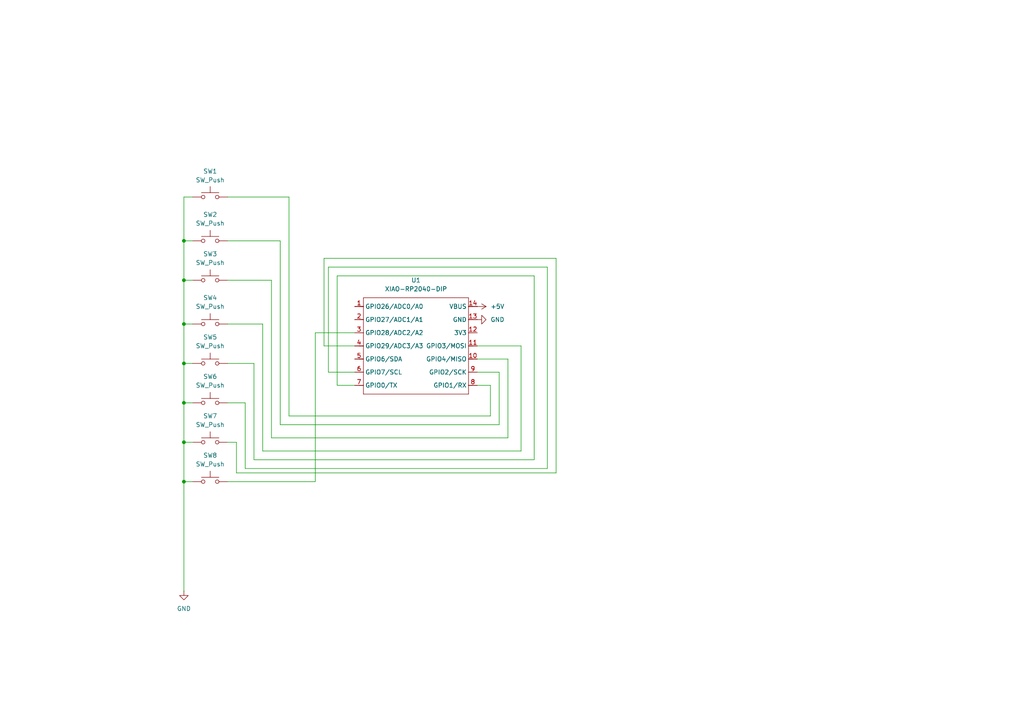
<source format=kicad_sch>
(kicad_sch (version 20250114) (generator "eeschema") (generator_version "9.0")
  (paper "A4")
  (lib_symbols
    (symbol "OPL Lib:XIAO-RP2040-DIP"
      (property "Reference" "U" (at 0 0 0))
      (property "Value" "XIAO-RP2040-DIP" (at 5.334 -1.778 0))
      (symbol "XIAO-RP2040-DIP_1_0"
        (polyline (pts (xy -1.27 -2.54) (xy 29.21 -2.54)) (stroke (width 0.1524)))
        (polyline (pts (xy -1.27 -5.08) (xy -2.54 -5.08)) (stroke (width 0.1524)))
        (polyline (pts (xy -1.27 -5.08) (xy -1.27 -2.54)) (stroke (width 0.1524)))
        (polyline (pts (xy -1.27 -8.89) (xy -2.54 -8.89)) (stroke (width 0.1524)))
        (polyline (pts (xy -1.27 -8.89) (xy -1.27 -5.08)) (stroke (width 0.1524)))
        (polyline (pts (xy -1.27 -12.7) (xy -2.54 -12.7)) (stroke (width 0.1524)))
        (polyline (pts (xy -1.27 -12.7) (xy -1.27 -8.89)) (stroke (width 0.1524)))
        (polyline (pts (xy -1.27 -16.51) (xy -2.54 -16.51)) (stroke (width 0.1524)))
        (polyline (pts (xy -1.27 -16.51) (xy -1.27 -12.7)) (stroke (width 0.1524)))
        (polyline (pts (xy -1.27 -20.32) (xy -2.54 -20.32)) (stroke (width 0.1524)))
        (polyline (pts (xy -1.27 -24.13) (xy -2.54 -24.13)) (stroke (width 0.1524)))
        (polyline (pts (xy -1.27 -27.94) (xy -2.54 -27.94)) (stroke (width 0.1524)))
        (polyline (pts (xy -1.27 -30.48) (xy -1.27 -16.51)) (stroke (width 0.1524)))
        (polyline (pts (xy 29.21 -2.54) (xy 29.21 -5.08)) (stroke (width 0.1524)))
        (polyline (pts (xy 29.21 -5.08) (xy 29.21 -8.89)) (stroke (width 0.1524)))
        (polyline (pts (xy 29.21 -8.89) (xy 29.21 -12.7)) (stroke (width 0.1524)))
        (polyline (pts (xy 29.21 -12.7) (xy 29.21 -30.48)) (stroke (width 0.1524)))
        (polyline (pts (xy 29.21 -30.48) (xy -1.27 -30.48)) (stroke (width 0.1524)))
        (polyline (pts (xy 30.48 -5.08) (xy 29.21 -5.08)) (stroke (width 0.1524)))
        (polyline (pts (xy 30.48 -8.89) (xy 29.21 -8.89)) (stroke (width 0.1524)))
        (polyline (pts (xy 30.48 -12.7) (xy 29.21 -12.7)) (stroke (width 0.1524)))
        (polyline (pts (xy 30.48 -16.51) (xy 29.21 -16.51)) (stroke (width 0.1524)))
        (polyline (pts (xy 30.48 -20.32) (xy 29.21 -20.32)) (stroke (width 0.1524)))
        (polyline (pts (xy 30.48 -24.13) (xy 29.21 -24.13)) (stroke (width 0.1524)))
        (polyline (pts (xy 30.48 -27.94) (xy 29.21 -27.94)) (stroke (width 0.1524)))
        (pin passive line (at -3.81 -5.08 0) (length 2.54) (name "GPIO26/ADC0/A0") (number "1"))
        (pin passive line (at -3.81 -8.89 0) (length 2.54) (name "GPIO27/ADC1/A1") (number "2"))
        (pin passive line (at -3.81 -12.7 0) (length 2.54) (name "GPIO28/ADC2/A2") (number "3"))
        (pin passive line (at -3.81 -16.51 0) (length 2.54) (name "GPIO29/ADC3/A3") (number "4"))
        (pin passive line (at -3.81 -20.32 0) (length 2.54) (name "GPIO6/SDA") (number "5"))
        (pin passive line (at -3.81 -24.13 0) (length 2.54) (name "GPIO7/SCL") (number "6"))
        (pin passive line (at -3.81 -27.94 0) (length 2.54) (name "GPIO0/TX") (number "7"))
        (pin passive line (at 31.75 -5.08 180) (length 2.54) (name "VBUS") (number "14"))
        (pin passive line (at 31.75 -8.89 180) (length 2.54) (name "GND") (number "13"))
        (pin passive line (at 31.75 -12.7 180) (length 2.54) (name "3V3") (number "12"))
        (pin passive line (at 31.75 -16.51 180) (length 2.54) (name "GPIO3/MOSI") (number "11"))
        (pin passive line (at 31.75 -20.32 180) (length 2.54) (name "GPIO4/MISO") (number "10"))
        (pin passive line (at 31.75 -24.13 180) (length 2.54) (name "GPIO2/SCK") (number "9"))
        (pin passive line (at 31.75 -27.94 180) (length 2.54) (name "GPIO1/RX") (number "8"))
      )
    )
    (symbol "Switch:SW_Push" (pin_numbers (hide yes)) (pin_names (offset 1.016) (hide yes))
      (property "Reference" "SW" (at 1.27 2.54 0))
      (property "Value" "SW_Push" (at 0 -1.524 0))
      (symbol "SW_Push_0_1"
        (circle (center -2.032 0) (radius 0.508))
        (polyline (pts (xy 0 1.27) (xy 0 3.048)))
        (circle (center 2.032 0) (radius 0.508))
        (polyline (pts (xy 2.54 1.27) (xy -2.54 1.27)))
        (pin passive line (at -5.08 0 0) (length 2.54) (name "1") (number "1"))
        (pin passive line (at 5.08 0 180) (length 2.54) (name "2") (number "2"))
      )
    )
    (symbol "power:+5V" (power) (pin_numbers (hide yes)) (pin_names (offset 0) (hide yes))
      (property "Value" "+5V" (at 0 3.556 0))
      (symbol "+5V_0_1"
        (polyline (pts (xy -0.762 1.27) (xy 0 2.54)))
        (polyline (pts (xy 0 2.54) (xy 0.762 1.27)))
        (polyline (pts (xy 0 0) (xy 0 2.54)))
      )
      (symbol "+5V_1_1"
        (pin power_in line (at 0 0 90) (length 0) (name "~") (number "1"))
      )
    )
    (symbol "power:GND" (power) (pin_numbers (hide yes)) (pin_names (offset 0) (hide yes))
      (property "Value" "GND" (at 0 -3.81 0))
      (symbol "GND_0_1"
        (polyline (pts (xy 0 0) (xy 0 -1.27) (xy 1.27 -1.27) (xy 0 -2.54) (xy -1.27 -1.27) (xy 0 -1.27)))
      )
      (symbol "GND_1_1"
        (pin power_in line (at 0 0 270) (length 0) (name "~") (number "1"))
      )
    )
  )
  (junction (at 53.34 69.85))
  (junction (at 53.34 139.7))
  (junction (at 53.34 128.27))
  (junction (at 53.34 105.41))
  (junction (at 53.34 81.28))
  (junction (at 53.34 93.98))
  (junction (at 53.34 116.84))
  (wire (pts (xy 73.66 133.35) (xy 154.94 133.35)))
  (wire (pts (xy 83.82 120.65) (xy 142.24 120.65)))
  (wire (pts (xy 158.75 135.89) (xy 158.75 77.47)))
  (wire (pts (xy 144.78 107.95) (xy 138.43 107.95)))
  (wire (pts (xy 53.34 81.28) (xy 55.88 81.28)))
  (wire (pts (xy 138.43 100.33) (xy 151.13 100.33)))
  (wire (pts (xy 53.34 116.84) (xy 55.88 116.84)))
  (wire (pts (xy 53.34 128.27) (xy 55.88 128.27)))
  (wire (pts (xy 53.34 57.15) (xy 53.34 69.85)))
  (wire (pts (xy 68.58 128.27) (xy 68.58 137.16)))
  (wire (pts (xy 55.88 57.15) (xy 53.34 57.15)))
  (wire (pts (xy 66.04 69.85) (xy 81.28 69.85)))
  (wire (pts (xy 161.29 137.16) (xy 161.29 74.93)))
  (wire (pts (xy 66.04 105.41) (xy 73.66 105.41)))
  (wire (pts (xy 73.66 105.41) (xy 73.66 133.35)))
  (wire (pts (xy 144.78 123.19) (xy 144.78 107.95)))
  (wire (pts (xy 66.04 93.98) (xy 76.2 93.98)))
  (wire (pts (xy 53.34 116.84) (xy 53.34 128.27)))
  (wire (pts (xy 93.98 74.93) (xy 93.98 100.33)))
  (wire (pts (xy 76.2 130.81) (xy 151.13 130.81)))
  (wire (pts (xy 83.82 57.15) (xy 83.82 120.65)))
  (wire (pts (xy 97.79 111.76) (xy 102.87 111.76)))
  (wire (pts (xy 81.28 123.19) (xy 144.78 123.19)))
  (wire (pts (xy 154.94 80.01) (xy 97.79 80.01)))
  (wire (pts (xy 53.34 105.41) (xy 55.88 105.41)))
  (wire (pts (xy 102.87 96.52) (xy 91.44 96.52)))
  (wire (pts (xy 95.25 107.95) (xy 102.87 107.95)))
  (wire (pts (xy 91.44 96.52) (xy 91.44 139.7)))
  (wire (pts (xy 161.29 74.93) (xy 93.98 74.93)))
  (wire (pts (xy 66.04 139.7) (xy 91.44 139.7)))
  (wire (pts (xy 142.24 120.65) (xy 142.24 111.76)))
  (wire (pts (xy 78.74 81.28) (xy 78.74 127)))
  (wire (pts (xy 53.34 139.7) (xy 55.88 139.7)))
  (wire (pts (xy 53.34 93.98) (xy 55.88 93.98)))
  (wire (pts (xy 66.04 57.15) (xy 83.82 57.15)))
  (wire (pts (xy 68.58 137.16) (xy 161.29 137.16)))
  (wire (pts (xy 53.34 139.7) (xy 53.34 171.45)))
  (wire (pts (xy 97.79 80.01) (xy 97.79 111.76)))
  (wire (pts (xy 158.75 77.47) (xy 95.25 77.47)))
  (wire (pts (xy 53.34 81.28) (xy 53.34 93.98)))
  (wire (pts (xy 71.12 116.84) (xy 71.12 135.89)))
  (wire (pts (xy 138.43 111.76) (xy 142.24 111.76)))
  (wire (pts (xy 66.04 116.84) (xy 71.12 116.84)))
  (wire (pts (xy 76.2 93.98) (xy 76.2 130.81)))
  (wire (pts (xy 53.34 69.85) (xy 55.88 69.85)))
  (wire (pts (xy 78.74 127) (xy 147.32 127)))
  (wire (pts (xy 93.98 100.33) (xy 102.87 100.33)))
  (wire (pts (xy 66.04 128.27) (xy 68.58 128.27)))
  (wire (pts (xy 81.28 69.85) (xy 81.28 123.19)))
  (wire (pts (xy 71.12 135.89) (xy 158.75 135.89)))
  (wire (pts (xy 95.25 77.47) (xy 95.25 107.95)))
  (wire (pts (xy 66.04 81.28) (xy 78.74 81.28)))
  (wire (pts (xy 53.34 69.85) (xy 53.34 81.28)))
  (wire (pts (xy 151.13 130.81) (xy 151.13 100.33)))
  (wire (pts (xy 53.34 105.41) (xy 53.34 116.84)))
  (wire (pts (xy 147.32 104.14) (xy 138.43 104.14)))
  (wire (pts (xy 147.32 127) (xy 147.32 104.14)))
  (wire (pts (xy 154.94 133.35) (xy 154.94 80.01)))
  (wire (pts (xy 53.34 128.27) (xy 53.34 139.7)))
  (wire (pts (xy 53.34 93.98) (xy 53.34 105.41)))
  (symbol (lib_id "Switch:SW_Push") (at 60.96 139.7 0) (unit 1)
    (property "Reference" "SW8" (at 60.96 132.08 0))
    (property "Value" "SW_Push" (at 60.96 134.62 0))
    (property "Footprint" "Button_Switch_Keyboard:SW_Cherry_MX_1.00u_PCB" (effects (hide yes)))
    (property "Description" "Push button switch, generic, two pins" (effects (hide yes)))
  )
  (symbol (lib_id "Switch:SW_Push") (at 60.96 69.85 0) (unit 1)
    (property "Reference" "SW2" (at 60.96 62.23 0))
    (property "Value" "SW_Push" (at 60.96 64.77 0))
    (property "Footprint" "Button_Switch_Keyboard:SW_Cherry_MX_1.00u_PCB" (effects (hide yes)))
    (property "Description" "Push button switch, generic, two pins" (effects (hide yes)))
  )
  (symbol (lib_id "power:+5V") (at 138.43 88.9 270) (unit 1)
    (property "Reference" "#PWR04" (effects (hide yes)))
    (property "Value" "+5V" (at 142.24 88.8999 90) (effects (justify left)))
    (property "Description" "Power symbol creates a global label with name \"+5V\"" (effects (hide yes)))
  )
  (symbol (lib_id "OPL Lib:XIAO-RP2040-DIP") (at 106.68 83.82 0) (unit 1)
    (property "Reference" "U1" (at 120.65 81.28 0))
    (property "Value" "XIAO-RP2040-DIP" (at 120.65 83.82 0))
    (property "Footprint" "OPL Lib:XIAO-RP2040-DIP" (effects (hide yes)))
  )
  (symbol (lib_id "Switch:SW_Push") (at 60.96 105.41 0) (unit 1)
    (property "Reference" "SW5" (at 60.96 97.79 0))
    (property "Value" "SW_Push" (at 60.96 100.33 0))
    (property "Footprint" "Button_Switch_Keyboard:SW_Cherry_MX_1.00u_PCB" (effects (hide yes)))
    (property "Description" "Push button switch, generic, two pins" (effects (hide yes)))
  )
  (symbol (lib_id "Switch:SW_Push") (at 60.96 128.27 0) (unit 1)
    (property "Reference" "SW7" (at 60.96 120.65 0))
    (property "Value" "SW_Push" (at 60.96 123.19 0))
    (property "Footprint" "Button_Switch_Keyboard:SW_Cherry_MX_1.00u_PCB" (effects (hide yes)))
    (property "Description" "Push button switch, generic, two pins" (effects (hide yes)))
  )
  (symbol (lib_id "Switch:SW_Push") (at 60.96 93.98 0) (unit 1)
    (property "Reference" "SW4" (at 60.96 86.36 0))
    (property "Value" "SW_Push" (at 60.96 88.9 0))
    (property "Footprint" "Button_Switch_Keyboard:SW_Cherry_MX_1.00u_PCB" (effects (hide yes)))
    (property "Description" "Push button switch, generic, two pins" (effects (hide yes)))
  )
  (symbol (lib_id "Switch:SW_Push") (at 60.96 57.15 0) (unit 1)
    (property "Reference" "SW1" (at 60.96 49.6788 0))
    (property "Value" "SW_Push" (at 60.96 52.2188 0))
    (property "Footprint" "Button_Switch_Keyboard:SW_Cherry_MX_1.00u_PCB" (effects (hide yes)))
    (property "Description" "Push button switch, generic, two pins" (effects (hide yes)))
  )
  (symbol (lib_id "Switch:SW_Push") (at 60.96 81.28 0) (unit 1)
    (property "Reference" "SW3" (at 60.96 73.66 0))
    (property "Value" "SW_Push" (at 60.96 76.2 0))
    (property "Footprint" "Button_Switch_Keyboard:SW_Cherry_MX_1.00u_PCB" (effects (hide yes)))
    (property "Description" "Push button switch, generic, two pins" (effects (hide yes)))
  )
  (symbol (lib_id "Switch:SW_Push") (at 60.96 116.84 0) (unit 1)
    (property "Reference" "SW6" (at 60.96 109.22 0))
    (property "Value" "SW_Push" (at 60.96 111.76 0))
    (property "Footprint" "Button_Switch_Keyboard:SW_Cherry_MX_1.00u_PCB" (effects (hide yes)))
    (property "Description" "Push button switch, generic, two pins" (effects (hide yes)))
  )
  (symbol (lib_id "power:GND") (at 138.43 92.71 90) (unit 1)
    (property "Reference" "#PWR05" (effects (hide yes)))
    (property "Value" "GND" (at 142.24 92.7099 90) (effects (justify right)))
    (property "Description" "Power symbol creates a global label with name \"GND\" , ground" (effects (hide yes)))
  )
  (symbol (lib_id "power:GND") (at 53.34 171.45 0) (unit 1)
    (property "Reference" "#PWR02" (effects (hide yes)))
    (property "Value" "GND" (at 53.34 176.53 0))
    (property "Description" "Power symbol creates a global label with name \"GND\" , ground" (effects (hide yes)))
  )
)
</source>
